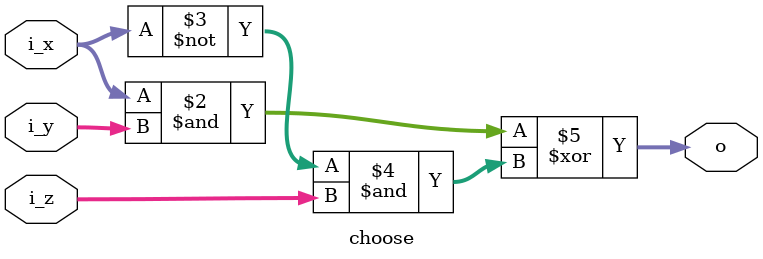
<source format=sv>
module choose
(
    input  logic [31:0] i_x,
    input  logic [31:0] i_y,
    input  logic [31:0] i_z,
    output logic [31:0] o
);

always_comb begin
    o = (i_x & i_y) ^ (~i_x & i_z);
end

endmodule

</source>
